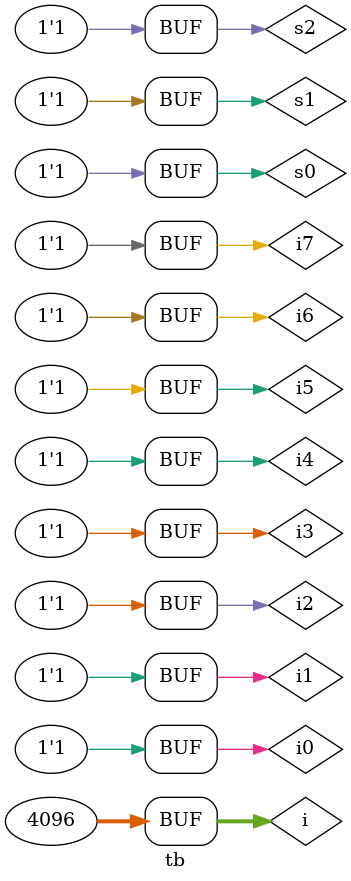
<source format=v>
module tb();
  reg s0,s1,s2,i0,i1,i2,i3,i4,i5,i6,i7;
  wire out;
  integer i;
  top u1(s0,s1,s2,i0,i1,i2,i3,i4,i5,i6,i7,out);
  initial
    begin
      for(i=0; i<(1 << 12);i=i+1)
        begin
          {s0,s1,s2,i0,i1,i2,i3,i4,i5,i6,i7}=i; #1;
        end
    end
  initial
    $monitor("i=%0d,s0=%0b,s1=%0b,s2=%0b,out=%0b",i,s0,s1,s2,out);
endmodule
    


</source>
